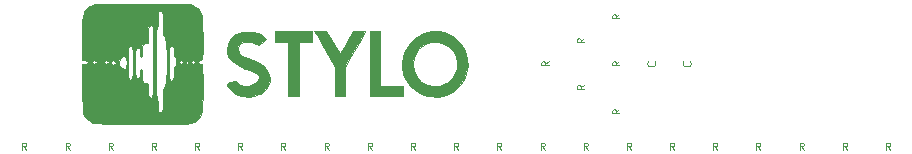
<source format=gbr>
%TF.GenerationSoftware,KiCad,Pcbnew,(5.1.12)-1*%
%TF.CreationDate,2021-12-21T10:33:21-05:00*%
%TF.ProjectId,stylophone,7374796c-6f70-4686-9f6e-652e6b696361,rev?*%
%TF.SameCoordinates,Original*%
%TF.FileFunction,Legend,Top*%
%TF.FilePolarity,Positive*%
%FSLAX46Y46*%
G04 Gerber Fmt 4.6, Leading zero omitted, Abs format (unit mm)*
G04 Created by KiCad (PCBNEW (5.1.12)-1) date 2021-12-21 10:33:21*
%MOMM*%
%LPD*%
G01*
G04 APERTURE LIST*
%ADD10C,0.010000*%
%ADD11C,0.100000*%
G04 APERTURE END LIST*
D10*
%TO.C,LOGO1*%
G36*
X106902172Y-73900194D02*
G01*
X107739543Y-73902559D01*
X108413577Y-73907557D01*
X108944611Y-73916056D01*
X109352984Y-73928919D01*
X109659033Y-73947013D01*
X109883097Y-73971203D01*
X110045514Y-74002354D01*
X110166622Y-74041333D01*
X110261180Y-74085994D01*
X110494916Y-74229936D01*
X110672476Y-74397357D01*
X110801389Y-74616944D01*
X110889183Y-74917380D01*
X110943386Y-75327352D01*
X110971526Y-75875545D01*
X110981132Y-76590645D01*
X110981526Y-76830738D01*
X110980584Y-77488966D01*
X110975752Y-77970677D01*
X110964019Y-78303369D01*
X110942374Y-78514540D01*
X110907806Y-78631688D01*
X110857303Y-78682309D01*
X110787857Y-78693902D01*
X110777510Y-78693976D01*
X110611360Y-78757759D01*
X110573494Y-78846988D01*
X110658538Y-78971600D01*
X110777510Y-79000000D01*
X110847165Y-79008097D01*
X110898852Y-79050015D01*
X110935246Y-79152199D01*
X110959025Y-79341090D01*
X110972862Y-79643133D01*
X110979435Y-80084769D01*
X110981418Y-80692443D01*
X110981526Y-81016250D01*
X110976849Y-81808438D01*
X110958249Y-82424313D01*
X110918868Y-82891454D01*
X110851851Y-83237442D01*
X110750342Y-83489856D01*
X110607484Y-83676278D01*
X110416423Y-83824286D01*
X110261180Y-83914006D01*
X110160655Y-83961125D01*
X110038500Y-83999540D01*
X109874366Y-84030087D01*
X109647902Y-84053603D01*
X109338760Y-84070924D01*
X108926591Y-84082886D01*
X108391044Y-84090325D01*
X107711770Y-84094077D01*
X106868420Y-84094979D01*
X105882716Y-84093936D01*
X104988510Y-84090413D01*
X104152929Y-84083117D01*
X103399188Y-84072548D01*
X102750503Y-84059208D01*
X102230088Y-84043598D01*
X101861160Y-84026219D01*
X101666933Y-84007572D01*
X101647791Y-84002527D01*
X101449843Y-83875897D01*
X101206876Y-83664537D01*
X101137751Y-83594495D01*
X100831727Y-83271407D01*
X100800499Y-81135704D01*
X100769271Y-79000000D01*
X101030017Y-79000000D01*
X101239406Y-78947784D01*
X101290763Y-78846988D01*
X101596787Y-78846988D01*
X101681831Y-78971600D01*
X101800803Y-79000000D01*
X101966953Y-78936218D01*
X102004819Y-78846988D01*
X101999019Y-78838488D01*
X102318897Y-78838488D01*
X102337651Y-78970793D01*
X102372473Y-78972373D01*
X102394836Y-78846988D01*
X102616867Y-78846988D01*
X102701911Y-78971600D01*
X102820883Y-79000000D01*
X102987033Y-78936218D01*
X103003254Y-78897992D01*
X103228916Y-78897992D01*
X103301046Y-79068479D01*
X103432932Y-79102008D01*
X103559192Y-79048589D01*
X103876518Y-79048589D01*
X104021756Y-79277293D01*
X104293074Y-79398028D01*
X104376506Y-79404788D01*
X104480878Y-79373672D01*
X104535211Y-79245071D01*
X104554087Y-78973431D01*
X104554643Y-78897992D01*
X104657028Y-78897992D01*
X104658541Y-79463119D01*
X104666068Y-79855587D01*
X104684086Y-80106751D01*
X104717075Y-80247962D01*
X104769513Y-80310573D01*
X104845880Y-80325936D01*
X104861044Y-80326105D01*
X104941776Y-80315511D01*
X104997843Y-80262826D01*
X105033724Y-80136700D01*
X105053897Y-79905778D01*
X105062841Y-79538709D01*
X105065036Y-79004139D01*
X105065048Y-78948996D01*
X105269076Y-78948996D01*
X105270934Y-79478165D01*
X105280044Y-79836469D01*
X105301708Y-80057050D01*
X105341228Y-80173050D01*
X105403908Y-80217611D01*
X105473092Y-80224097D01*
X105614642Y-80183345D01*
X105671013Y-80025020D01*
X105677108Y-79873089D01*
X105704138Y-79619005D01*
X105770117Y-79465962D01*
X105779116Y-79459036D01*
X105838687Y-79513325D01*
X105873531Y-79749377D01*
X105881124Y-80014060D01*
X105886401Y-80355331D01*
X105915348Y-80540307D01*
X105987639Y-80616669D01*
X106122947Y-80632098D01*
X106136144Y-80632129D01*
X106277480Y-80645088D01*
X106353787Y-80715903D01*
X106385026Y-80892480D01*
X106391159Y-81222724D01*
X106391165Y-81244177D01*
X106398609Y-81586018D01*
X106431309Y-81770731D01*
X106504818Y-81844973D01*
X106595181Y-81856225D01*
X106653151Y-81850272D01*
X106698953Y-81818085D01*
X106734019Y-81738179D01*
X106759781Y-81589064D01*
X106777673Y-81349252D01*
X106789126Y-80997257D01*
X106795573Y-80511589D01*
X106798447Y-79870760D01*
X106799180Y-79053284D01*
X106799186Y-78948996D01*
X107003213Y-78948996D01*
X107006748Y-79881567D01*
X107017184Y-80643058D01*
X107034266Y-81226206D01*
X107057739Y-81623750D01*
X107087349Y-81828425D01*
X107105221Y-81856225D01*
X107159556Y-81949140D01*
X107196394Y-82191867D01*
X107207229Y-82468273D01*
X107214673Y-82810115D01*
X107247373Y-82994828D01*
X107320882Y-83069069D01*
X107411245Y-83080322D01*
X107502259Y-83066892D01*
X107561287Y-83002556D01*
X107595200Y-82851245D01*
X107610867Y-82576889D01*
X107615160Y-82143417D01*
X107615261Y-82009237D01*
X107619952Y-81520121D01*
X107637162Y-81201938D01*
X107671595Y-81021752D01*
X107727956Y-80946630D01*
X107768273Y-80938153D01*
X107825080Y-80842392D01*
X107870560Y-80579469D01*
X107904714Y-80185922D01*
X107927541Y-79698290D01*
X107939043Y-79153113D01*
X107939105Y-78948996D01*
X108125301Y-78948996D01*
X108126722Y-79525690D01*
X108133818Y-79929190D01*
X108150840Y-80190312D01*
X108182039Y-80339872D01*
X108231664Y-80408687D01*
X108303967Y-80427574D01*
X108329317Y-80428113D01*
X108443264Y-80405780D01*
X108504835Y-80307679D01*
X108529583Y-80087152D01*
X108533333Y-79816064D01*
X108548819Y-79490052D01*
X108589273Y-79269028D01*
X108635341Y-79204016D01*
X108699219Y-79113520D01*
X108734748Y-78887448D01*
X108735898Y-78846988D01*
X108941365Y-78846988D01*
X109026409Y-78971600D01*
X109145381Y-79000000D01*
X109311531Y-78936218D01*
X109349397Y-78846988D01*
X109553414Y-78846988D01*
X109608495Y-78982737D01*
X109655422Y-79000000D01*
X109745921Y-78917378D01*
X109757430Y-78846988D01*
X109961446Y-78846988D01*
X110046489Y-78971600D01*
X110165462Y-79000000D01*
X110331611Y-78936218D01*
X110369478Y-78846988D01*
X110284434Y-78722376D01*
X110165462Y-78693976D01*
X109999312Y-78757759D01*
X109961446Y-78846988D01*
X109757430Y-78846988D01*
X109702348Y-78711239D01*
X109655422Y-78693976D01*
X109564922Y-78776598D01*
X109553414Y-78846988D01*
X109349397Y-78846988D01*
X109264354Y-78722376D01*
X109145381Y-78693976D01*
X108979232Y-78757759D01*
X108941365Y-78846988D01*
X108735898Y-78846988D01*
X108737349Y-78795984D01*
X108714725Y-78540473D01*
X108658207Y-78398357D01*
X108635341Y-78387952D01*
X108574506Y-78296778D01*
X108538014Y-78066099D01*
X108533333Y-77928916D01*
X108519985Y-77642055D01*
X108464556Y-77506406D01*
X108343973Y-77470055D01*
X108329317Y-77469880D01*
X108249773Y-77480181D01*
X108194118Y-77531628D01*
X108158101Y-77655038D01*
X108137472Y-77881227D01*
X108127980Y-78241012D01*
X108125375Y-78765210D01*
X108125301Y-78948996D01*
X107939105Y-78948996D01*
X107939217Y-78586929D01*
X107928066Y-78036277D01*
X107905588Y-77537696D01*
X107871784Y-77127725D01*
X107826653Y-76842904D01*
X107770197Y-76719770D01*
X107768273Y-76718935D01*
X107697268Y-76652113D01*
X107651241Y-76494295D01*
X107625614Y-76211572D01*
X107615806Y-75770036D01*
X107615261Y-75585933D01*
X107612717Y-75107268D01*
X107600525Y-74796582D01*
X107571845Y-74617857D01*
X107519837Y-74535075D01*
X107437660Y-74512219D01*
X107411245Y-74511647D01*
X107306934Y-74529717D01*
X107245731Y-74612111D01*
X107216360Y-74801110D01*
X107207549Y-75138991D01*
X107207229Y-75276707D01*
X107194571Y-75662201D01*
X107160309Y-75930893D01*
X107110004Y-76041051D01*
X107105221Y-76041767D01*
X107072499Y-76142524D01*
X107045780Y-76439954D01*
X107025319Y-76926792D01*
X107011370Y-77595777D01*
X107004188Y-78439646D01*
X107003213Y-78948996D01*
X106799186Y-78948996D01*
X106799197Y-78795984D01*
X106798800Y-77926428D01*
X106796654Y-77239400D01*
X106791327Y-76713412D01*
X106781386Y-76326975D01*
X106765399Y-76058603D01*
X106741932Y-75886807D01*
X106709554Y-75790098D01*
X106666832Y-75746990D01*
X106612334Y-75735994D01*
X106595181Y-75735743D01*
X106490870Y-75753813D01*
X106429666Y-75836208D01*
X106400296Y-76025207D01*
X106391485Y-76363087D01*
X106391165Y-76500803D01*
X106387986Y-76889945D01*
X106368902Y-77118051D01*
X106319587Y-77228095D01*
X106225716Y-77263051D01*
X106136144Y-77265864D01*
X105990089Y-77280427D01*
X105914039Y-77357402D01*
X105885302Y-77546712D01*
X105881124Y-77826908D01*
X105864355Y-78134155D01*
X105821097Y-78337940D01*
X105779116Y-78387952D01*
X105711692Y-78298279D01*
X105677989Y-78077779D01*
X105677108Y-78030924D01*
X105654287Y-77784853D01*
X105565194Y-77685566D01*
X105473092Y-77673896D01*
X105388425Y-77685509D01*
X105331097Y-77742444D01*
X105295804Y-77877842D01*
X105277244Y-78124846D01*
X105270114Y-78516597D01*
X105269076Y-78948996D01*
X105065048Y-78948996D01*
X105065060Y-78897992D01*
X105063547Y-78332866D01*
X105056020Y-77940397D01*
X105038002Y-77689234D01*
X105005014Y-77548023D01*
X104952575Y-77485412D01*
X104876208Y-77470048D01*
X104861044Y-77469880D01*
X104780312Y-77480474D01*
X104724245Y-77533158D01*
X104688364Y-77659285D01*
X104668191Y-77890206D01*
X104659247Y-78257275D01*
X104657052Y-78791845D01*
X104657028Y-78897992D01*
X104554643Y-78897992D01*
X104555020Y-78846988D01*
X104526891Y-78476092D01*
X104437424Y-78296678D01*
X104278996Y-78303411D01*
X104044980Y-78489960D01*
X103877535Y-78767588D01*
X103876518Y-79048589D01*
X103559192Y-79048589D01*
X103603418Y-79029878D01*
X103636948Y-78897992D01*
X103564817Y-78727505D01*
X103432932Y-78693976D01*
X103262445Y-78766107D01*
X103228916Y-78897992D01*
X103003254Y-78897992D01*
X103024899Y-78846988D01*
X102939856Y-78722376D01*
X102820883Y-78693976D01*
X102654734Y-78757759D01*
X102616867Y-78846988D01*
X102394836Y-78846988D01*
X102396824Y-78835846D01*
X102380526Y-78776858D01*
X102335232Y-78738219D01*
X102318897Y-78838488D01*
X101999019Y-78838488D01*
X101919776Y-78722376D01*
X101800803Y-78693976D01*
X101634653Y-78757759D01*
X101596787Y-78846988D01*
X101290763Y-78846988D01*
X101202087Y-78723924D01*
X101035743Y-78693976D01*
X100780723Y-78693976D01*
X100780723Y-76830738D01*
X100786400Y-76062440D01*
X100808451Y-75469280D01*
X100854404Y-75022574D01*
X100931787Y-74693636D01*
X101048128Y-74453781D01*
X101210957Y-74274324D01*
X101427800Y-74126579D01*
X101501069Y-74085994D01*
X101601866Y-74038849D01*
X101724809Y-74000347D01*
X101890238Y-73969622D01*
X102118491Y-73945808D01*
X102429905Y-73928040D01*
X102844820Y-73915453D01*
X103383572Y-73907181D01*
X104066500Y-73902359D01*
X104913943Y-73900120D01*
X105881124Y-73899599D01*
X106902172Y-73900194D01*
G37*
X106902172Y-73900194D02*
X107739543Y-73902559D01*
X108413577Y-73907557D01*
X108944611Y-73916056D01*
X109352984Y-73928919D01*
X109659033Y-73947013D01*
X109883097Y-73971203D01*
X110045514Y-74002354D01*
X110166622Y-74041333D01*
X110261180Y-74085994D01*
X110494916Y-74229936D01*
X110672476Y-74397357D01*
X110801389Y-74616944D01*
X110889183Y-74917380D01*
X110943386Y-75327352D01*
X110971526Y-75875545D01*
X110981132Y-76590645D01*
X110981526Y-76830738D01*
X110980584Y-77488966D01*
X110975752Y-77970677D01*
X110964019Y-78303369D01*
X110942374Y-78514540D01*
X110907806Y-78631688D01*
X110857303Y-78682309D01*
X110787857Y-78693902D01*
X110777510Y-78693976D01*
X110611360Y-78757759D01*
X110573494Y-78846988D01*
X110658538Y-78971600D01*
X110777510Y-79000000D01*
X110847165Y-79008097D01*
X110898852Y-79050015D01*
X110935246Y-79152199D01*
X110959025Y-79341090D01*
X110972862Y-79643133D01*
X110979435Y-80084769D01*
X110981418Y-80692443D01*
X110981526Y-81016250D01*
X110976849Y-81808438D01*
X110958249Y-82424313D01*
X110918868Y-82891454D01*
X110851851Y-83237442D01*
X110750342Y-83489856D01*
X110607484Y-83676278D01*
X110416423Y-83824286D01*
X110261180Y-83914006D01*
X110160655Y-83961125D01*
X110038500Y-83999540D01*
X109874366Y-84030087D01*
X109647902Y-84053603D01*
X109338760Y-84070924D01*
X108926591Y-84082886D01*
X108391044Y-84090325D01*
X107711770Y-84094077D01*
X106868420Y-84094979D01*
X105882716Y-84093936D01*
X104988510Y-84090413D01*
X104152929Y-84083117D01*
X103399188Y-84072548D01*
X102750503Y-84059208D01*
X102230088Y-84043598D01*
X101861160Y-84026219D01*
X101666933Y-84007572D01*
X101647791Y-84002527D01*
X101449843Y-83875897D01*
X101206876Y-83664537D01*
X101137751Y-83594495D01*
X100831727Y-83271407D01*
X100800499Y-81135704D01*
X100769271Y-79000000D01*
X101030017Y-79000000D01*
X101239406Y-78947784D01*
X101290763Y-78846988D01*
X101596787Y-78846988D01*
X101681831Y-78971600D01*
X101800803Y-79000000D01*
X101966953Y-78936218D01*
X102004819Y-78846988D01*
X101999019Y-78838488D01*
X102318897Y-78838488D01*
X102337651Y-78970793D01*
X102372473Y-78972373D01*
X102394836Y-78846988D01*
X102616867Y-78846988D01*
X102701911Y-78971600D01*
X102820883Y-79000000D01*
X102987033Y-78936218D01*
X103003254Y-78897992D01*
X103228916Y-78897992D01*
X103301046Y-79068479D01*
X103432932Y-79102008D01*
X103559192Y-79048589D01*
X103876518Y-79048589D01*
X104021756Y-79277293D01*
X104293074Y-79398028D01*
X104376506Y-79404788D01*
X104480878Y-79373672D01*
X104535211Y-79245071D01*
X104554087Y-78973431D01*
X104554643Y-78897992D01*
X104657028Y-78897992D01*
X104658541Y-79463119D01*
X104666068Y-79855587D01*
X104684086Y-80106751D01*
X104717075Y-80247962D01*
X104769513Y-80310573D01*
X104845880Y-80325936D01*
X104861044Y-80326105D01*
X104941776Y-80315511D01*
X104997843Y-80262826D01*
X105033724Y-80136700D01*
X105053897Y-79905778D01*
X105062841Y-79538709D01*
X105065036Y-79004139D01*
X105065048Y-78948996D01*
X105269076Y-78948996D01*
X105270934Y-79478165D01*
X105280044Y-79836469D01*
X105301708Y-80057050D01*
X105341228Y-80173050D01*
X105403908Y-80217611D01*
X105473092Y-80224097D01*
X105614642Y-80183345D01*
X105671013Y-80025020D01*
X105677108Y-79873089D01*
X105704138Y-79619005D01*
X105770117Y-79465962D01*
X105779116Y-79459036D01*
X105838687Y-79513325D01*
X105873531Y-79749377D01*
X105881124Y-80014060D01*
X105886401Y-80355331D01*
X105915348Y-80540307D01*
X105987639Y-80616669D01*
X106122947Y-80632098D01*
X106136144Y-80632129D01*
X106277480Y-80645088D01*
X106353787Y-80715903D01*
X106385026Y-80892480D01*
X106391159Y-81222724D01*
X106391165Y-81244177D01*
X106398609Y-81586018D01*
X106431309Y-81770731D01*
X106504818Y-81844973D01*
X106595181Y-81856225D01*
X106653151Y-81850272D01*
X106698953Y-81818085D01*
X106734019Y-81738179D01*
X106759781Y-81589064D01*
X106777673Y-81349252D01*
X106789126Y-80997257D01*
X106795573Y-80511589D01*
X106798447Y-79870760D01*
X106799180Y-79053284D01*
X106799186Y-78948996D01*
X107003213Y-78948996D01*
X107006748Y-79881567D01*
X107017184Y-80643058D01*
X107034266Y-81226206D01*
X107057739Y-81623750D01*
X107087349Y-81828425D01*
X107105221Y-81856225D01*
X107159556Y-81949140D01*
X107196394Y-82191867D01*
X107207229Y-82468273D01*
X107214673Y-82810115D01*
X107247373Y-82994828D01*
X107320882Y-83069069D01*
X107411245Y-83080322D01*
X107502259Y-83066892D01*
X107561287Y-83002556D01*
X107595200Y-82851245D01*
X107610867Y-82576889D01*
X107615160Y-82143417D01*
X107615261Y-82009237D01*
X107619952Y-81520121D01*
X107637162Y-81201938D01*
X107671595Y-81021752D01*
X107727956Y-80946630D01*
X107768273Y-80938153D01*
X107825080Y-80842392D01*
X107870560Y-80579469D01*
X107904714Y-80185922D01*
X107927541Y-79698290D01*
X107939043Y-79153113D01*
X107939105Y-78948996D01*
X108125301Y-78948996D01*
X108126722Y-79525690D01*
X108133818Y-79929190D01*
X108150840Y-80190312D01*
X108182039Y-80339872D01*
X108231664Y-80408687D01*
X108303967Y-80427574D01*
X108329317Y-80428113D01*
X108443264Y-80405780D01*
X108504835Y-80307679D01*
X108529583Y-80087152D01*
X108533333Y-79816064D01*
X108548819Y-79490052D01*
X108589273Y-79269028D01*
X108635341Y-79204016D01*
X108699219Y-79113520D01*
X108734748Y-78887448D01*
X108735898Y-78846988D01*
X108941365Y-78846988D01*
X109026409Y-78971600D01*
X109145381Y-79000000D01*
X109311531Y-78936218D01*
X109349397Y-78846988D01*
X109553414Y-78846988D01*
X109608495Y-78982737D01*
X109655422Y-79000000D01*
X109745921Y-78917378D01*
X109757430Y-78846988D01*
X109961446Y-78846988D01*
X110046489Y-78971600D01*
X110165462Y-79000000D01*
X110331611Y-78936218D01*
X110369478Y-78846988D01*
X110284434Y-78722376D01*
X110165462Y-78693976D01*
X109999312Y-78757759D01*
X109961446Y-78846988D01*
X109757430Y-78846988D01*
X109702348Y-78711239D01*
X109655422Y-78693976D01*
X109564922Y-78776598D01*
X109553414Y-78846988D01*
X109349397Y-78846988D01*
X109264354Y-78722376D01*
X109145381Y-78693976D01*
X108979232Y-78757759D01*
X108941365Y-78846988D01*
X108735898Y-78846988D01*
X108737349Y-78795984D01*
X108714725Y-78540473D01*
X108658207Y-78398357D01*
X108635341Y-78387952D01*
X108574506Y-78296778D01*
X108538014Y-78066099D01*
X108533333Y-77928916D01*
X108519985Y-77642055D01*
X108464556Y-77506406D01*
X108343973Y-77470055D01*
X108329317Y-77469880D01*
X108249773Y-77480181D01*
X108194118Y-77531628D01*
X108158101Y-77655038D01*
X108137472Y-77881227D01*
X108127980Y-78241012D01*
X108125375Y-78765210D01*
X108125301Y-78948996D01*
X107939105Y-78948996D01*
X107939217Y-78586929D01*
X107928066Y-78036277D01*
X107905588Y-77537696D01*
X107871784Y-77127725D01*
X107826653Y-76842904D01*
X107770197Y-76719770D01*
X107768273Y-76718935D01*
X107697268Y-76652113D01*
X107651241Y-76494295D01*
X107625614Y-76211572D01*
X107615806Y-75770036D01*
X107615261Y-75585933D01*
X107612717Y-75107268D01*
X107600525Y-74796582D01*
X107571845Y-74617857D01*
X107519837Y-74535075D01*
X107437660Y-74512219D01*
X107411245Y-74511647D01*
X107306934Y-74529717D01*
X107245731Y-74612111D01*
X107216360Y-74801110D01*
X107207549Y-75138991D01*
X107207229Y-75276707D01*
X107194571Y-75662201D01*
X107160309Y-75930893D01*
X107110004Y-76041051D01*
X107105221Y-76041767D01*
X107072499Y-76142524D01*
X107045780Y-76439954D01*
X107025319Y-76926792D01*
X107011370Y-77595777D01*
X107004188Y-78439646D01*
X107003213Y-78948996D01*
X106799186Y-78948996D01*
X106799197Y-78795984D01*
X106798800Y-77926428D01*
X106796654Y-77239400D01*
X106791327Y-76713412D01*
X106781386Y-76326975D01*
X106765399Y-76058603D01*
X106741932Y-75886807D01*
X106709554Y-75790098D01*
X106666832Y-75746990D01*
X106612334Y-75735994D01*
X106595181Y-75735743D01*
X106490870Y-75753813D01*
X106429666Y-75836208D01*
X106400296Y-76025207D01*
X106391485Y-76363087D01*
X106391165Y-76500803D01*
X106387986Y-76889945D01*
X106368902Y-77118051D01*
X106319587Y-77228095D01*
X106225716Y-77263051D01*
X106136144Y-77265864D01*
X105990089Y-77280427D01*
X105914039Y-77357402D01*
X105885302Y-77546712D01*
X105881124Y-77826908D01*
X105864355Y-78134155D01*
X105821097Y-78337940D01*
X105779116Y-78387952D01*
X105711692Y-78298279D01*
X105677989Y-78077779D01*
X105677108Y-78030924D01*
X105654287Y-77784853D01*
X105565194Y-77685566D01*
X105473092Y-77673896D01*
X105388425Y-77685509D01*
X105331097Y-77742444D01*
X105295804Y-77877842D01*
X105277244Y-78124846D01*
X105270114Y-78516597D01*
X105269076Y-78948996D01*
X105065048Y-78948996D01*
X105065060Y-78897992D01*
X105063547Y-78332866D01*
X105056020Y-77940397D01*
X105038002Y-77689234D01*
X105005014Y-77548023D01*
X104952575Y-77485412D01*
X104876208Y-77470048D01*
X104861044Y-77469880D01*
X104780312Y-77480474D01*
X104724245Y-77533158D01*
X104688364Y-77659285D01*
X104668191Y-77890206D01*
X104659247Y-78257275D01*
X104657052Y-78791845D01*
X104657028Y-78897992D01*
X104554643Y-78897992D01*
X104555020Y-78846988D01*
X104526891Y-78476092D01*
X104437424Y-78296678D01*
X104278996Y-78303411D01*
X104044980Y-78489960D01*
X103877535Y-78767588D01*
X103876518Y-79048589D01*
X103559192Y-79048589D01*
X103603418Y-79029878D01*
X103636948Y-78897992D01*
X103564817Y-78727505D01*
X103432932Y-78693976D01*
X103262445Y-78766107D01*
X103228916Y-78897992D01*
X103003254Y-78897992D01*
X103024899Y-78846988D01*
X102939856Y-78722376D01*
X102820883Y-78693976D01*
X102654734Y-78757759D01*
X102616867Y-78846988D01*
X102394836Y-78846988D01*
X102396824Y-78835846D01*
X102380526Y-78776858D01*
X102335232Y-78738219D01*
X102318897Y-78838488D01*
X101999019Y-78838488D01*
X101919776Y-78722376D01*
X101800803Y-78693976D01*
X101634653Y-78757759D01*
X101596787Y-78846988D01*
X101290763Y-78846988D01*
X101202087Y-78723924D01*
X101035743Y-78693976D01*
X100780723Y-78693976D01*
X100780723Y-76830738D01*
X100786400Y-76062440D01*
X100808451Y-75469280D01*
X100854404Y-75022574D01*
X100931787Y-74693636D01*
X101048128Y-74453781D01*
X101210957Y-74274324D01*
X101427800Y-74126579D01*
X101501069Y-74085994D01*
X101601866Y-74038849D01*
X101724809Y-74000347D01*
X101890238Y-73969622D01*
X102118491Y-73945808D01*
X102429905Y-73928040D01*
X102844820Y-73915453D01*
X103383572Y-73907181D01*
X104066500Y-73902359D01*
X104913943Y-73900120D01*
X105881124Y-73899599D01*
X106902172Y-73900194D01*
G36*
X115719675Y-76393336D02*
G01*
X116074527Y-76612238D01*
X116379156Y-76868566D01*
X116055896Y-77157399D01*
X115842781Y-77333553D01*
X115700724Y-77384717D01*
X115554781Y-77328400D01*
X115492649Y-77288987D01*
X115187595Y-77174568D01*
X114805191Y-77141148D01*
X114431902Y-77186522D01*
X114154194Y-77308484D01*
X114136366Y-77323573D01*
X113986465Y-77559230D01*
X113939759Y-77783394D01*
X114040596Y-78060353D01*
X114341195Y-78311417D01*
X114838684Y-78534422D01*
X115010843Y-78590916D01*
X115688519Y-78865898D01*
X116181240Y-79217904D01*
X116494578Y-79651001D01*
X116510538Y-79685815D01*
X116655036Y-80156880D01*
X116652392Y-80457515D01*
X116500967Y-80839878D01*
X116231483Y-81222458D01*
X115908922Y-81519529D01*
X115796132Y-81587125D01*
X115369768Y-81730691D01*
X114877593Y-81793936D01*
X114433480Y-81763175D01*
X114398795Y-81755085D01*
X113921409Y-81605467D01*
X113578304Y-81416942D01*
X113299746Y-81150914D01*
X113293164Y-81143124D01*
X113123124Y-80923577D01*
X113028585Y-80767595D01*
X113021687Y-80741784D01*
X113107371Y-80659178D01*
X113321822Y-80547393D01*
X113414130Y-80508920D01*
X113669268Y-80418794D01*
X113807418Y-80415342D01*
X113897910Y-80502124D01*
X113919036Y-80534845D01*
X114167952Y-80758527D01*
X114519308Y-80864236D01*
X114912585Y-80856749D01*
X115287263Y-80740840D01*
X115582826Y-80521284D01*
X115670273Y-80396654D01*
X115763324Y-80195060D01*
X115739899Y-80058178D01*
X115579648Y-79894983D01*
X115552878Y-79871589D01*
X115314610Y-79717222D01*
X114958948Y-79546362D01*
X114583801Y-79403393D01*
X113963979Y-79135135D01*
X113484649Y-78794747D01*
X113165504Y-78401418D01*
X113026237Y-77974336D01*
X113021687Y-77881248D01*
X113112062Y-77314700D01*
X113370461Y-76849607D01*
X113777791Y-76506120D01*
X114314960Y-76304388D01*
X114549174Y-76269088D01*
X115201000Y-76264265D01*
X115719675Y-76393336D01*
G37*
X115719675Y-76393336D02*
X116074527Y-76612238D01*
X116379156Y-76868566D01*
X116055896Y-77157399D01*
X115842781Y-77333553D01*
X115700724Y-77384717D01*
X115554781Y-77328400D01*
X115492649Y-77288987D01*
X115187595Y-77174568D01*
X114805191Y-77141148D01*
X114431902Y-77186522D01*
X114154194Y-77308484D01*
X114136366Y-77323573D01*
X113986465Y-77559230D01*
X113939759Y-77783394D01*
X114040596Y-78060353D01*
X114341195Y-78311417D01*
X114838684Y-78534422D01*
X115010843Y-78590916D01*
X115688519Y-78865898D01*
X116181240Y-79217904D01*
X116494578Y-79651001D01*
X116510538Y-79685815D01*
X116655036Y-80156880D01*
X116652392Y-80457515D01*
X116500967Y-80839878D01*
X116231483Y-81222458D01*
X115908922Y-81519529D01*
X115796132Y-81587125D01*
X115369768Y-81730691D01*
X114877593Y-81793936D01*
X114433480Y-81763175D01*
X114398795Y-81755085D01*
X113921409Y-81605467D01*
X113578304Y-81416942D01*
X113299746Y-81150914D01*
X113293164Y-81143124D01*
X113123124Y-80923577D01*
X113028585Y-80767595D01*
X113021687Y-80741784D01*
X113107371Y-80659178D01*
X113321822Y-80547393D01*
X113414130Y-80508920D01*
X113669268Y-80418794D01*
X113807418Y-80415342D01*
X113897910Y-80502124D01*
X113919036Y-80534845D01*
X114167952Y-80758527D01*
X114519308Y-80864236D01*
X114912585Y-80856749D01*
X115287263Y-80740840D01*
X115582826Y-80521284D01*
X115670273Y-80396654D01*
X115763324Y-80195060D01*
X115739899Y-80058178D01*
X115579648Y-79894983D01*
X115552878Y-79871589D01*
X115314610Y-79717222D01*
X114958948Y-79546362D01*
X114583801Y-79403393D01*
X113963979Y-79135135D01*
X113484649Y-78794747D01*
X113165504Y-78401418D01*
X113026237Y-77974336D01*
X113021687Y-77881248D01*
X113112062Y-77314700D01*
X113370461Y-76849607D01*
X113777791Y-76506120D01*
X114314960Y-76304388D01*
X114549174Y-76269088D01*
X115201000Y-76264265D01*
X115719675Y-76393336D01*
G36*
X131054530Y-76260952D02*
G01*
X131700284Y-76428244D01*
X132292118Y-76749028D01*
X132799216Y-77218919D01*
X133190763Y-77833532D01*
X133211265Y-77877912D01*
X133386692Y-78482957D01*
X133420674Y-79155244D01*
X133314213Y-79815963D01*
X133181984Y-80176979D01*
X132786431Y-80798005D01*
X132257260Y-81281283D01*
X131624070Y-81611474D01*
X130916457Y-81773237D01*
X130164019Y-81751233D01*
X130149137Y-81748880D01*
X129649829Y-81626246D01*
X129225692Y-81412052D01*
X128805731Y-81066840D01*
X128659246Y-80920832D01*
X128233232Y-80384943D01*
X127986911Y-79820016D01*
X127897484Y-79172125D01*
X127896442Y-79116619D01*
X127904263Y-79000000D01*
X128798929Y-79000000D01*
X128888806Y-79596837D01*
X129137014Y-80102680D01*
X129511414Y-80499446D01*
X129979871Y-80769050D01*
X130510248Y-80893411D01*
X131070407Y-80854444D01*
X131628212Y-80634068D01*
X131664557Y-80612465D01*
X131917951Y-80399441D01*
X132172098Y-80096002D01*
X132262873Y-79956655D01*
X132486015Y-79406125D01*
X132529340Y-78865737D01*
X132416593Y-78359237D01*
X132171519Y-77910369D01*
X131817864Y-77542879D01*
X131379373Y-77280512D01*
X130879790Y-77147012D01*
X130342861Y-77166126D01*
X129792331Y-77361598D01*
X129712422Y-77406203D01*
X129232856Y-77778833D01*
X128934725Y-78237453D01*
X128806190Y-78802714D01*
X128798929Y-79000000D01*
X127904263Y-79000000D01*
X127942042Y-78436709D01*
X128109816Y-77873965D01*
X128420229Y-77368699D01*
X128548616Y-77214408D01*
X129101899Y-76723881D01*
X129724522Y-76404385D01*
X130385671Y-76251538D01*
X131054530Y-76260952D01*
G37*
X131054530Y-76260952D02*
X131700284Y-76428244D01*
X132292118Y-76749028D01*
X132799216Y-77218919D01*
X133190763Y-77833532D01*
X133211265Y-77877912D01*
X133386692Y-78482957D01*
X133420674Y-79155244D01*
X133314213Y-79815963D01*
X133181984Y-80176979D01*
X132786431Y-80798005D01*
X132257260Y-81281283D01*
X131624070Y-81611474D01*
X130916457Y-81773237D01*
X130164019Y-81751233D01*
X130149137Y-81748880D01*
X129649829Y-81626246D01*
X129225692Y-81412052D01*
X128805731Y-81066840D01*
X128659246Y-80920832D01*
X128233232Y-80384943D01*
X127986911Y-79820016D01*
X127897484Y-79172125D01*
X127896442Y-79116619D01*
X127904263Y-79000000D01*
X128798929Y-79000000D01*
X128888806Y-79596837D01*
X129137014Y-80102680D01*
X129511414Y-80499446D01*
X129979871Y-80769050D01*
X130510248Y-80893411D01*
X131070407Y-80854444D01*
X131628212Y-80634068D01*
X131664557Y-80612465D01*
X131917951Y-80399441D01*
X132172098Y-80096002D01*
X132262873Y-79956655D01*
X132486015Y-79406125D01*
X132529340Y-78865737D01*
X132416593Y-78359237D01*
X132171519Y-77910369D01*
X131817864Y-77542879D01*
X131379373Y-77280512D01*
X130879790Y-77147012D01*
X130342861Y-77166126D01*
X129792331Y-77361598D01*
X129712422Y-77406203D01*
X129232856Y-77778833D01*
X128934725Y-78237453D01*
X128806190Y-78802714D01*
X128798929Y-79000000D01*
X127904263Y-79000000D01*
X127942042Y-78436709D01*
X128109816Y-77873965D01*
X128420229Y-77368699D01*
X128548616Y-77214408D01*
X129101899Y-76723881D01*
X129724522Y-76404385D01*
X130385671Y-76251538D01*
X131054530Y-76260952D01*
G36*
X120264257Y-77163856D02*
G01*
X119142169Y-77163856D01*
X119142169Y-81754217D01*
X118224096Y-81754217D01*
X118224096Y-77163856D01*
X117102008Y-77163856D01*
X117102008Y-76245783D01*
X120264257Y-76245783D01*
X120264257Y-77163856D01*
G37*
X120264257Y-77163856D02*
X119142169Y-77163856D01*
X119142169Y-81754217D01*
X118224096Y-81754217D01*
X118224096Y-77163856D01*
X117102008Y-77163856D01*
X117102008Y-76245783D01*
X120264257Y-76245783D01*
X120264257Y-77163856D01*
G36*
X122009593Y-77163856D02*
G01*
X122239002Y-77542498D01*
X122432391Y-77845210D01*
X122565706Y-78035312D01*
X122611697Y-78081928D01*
X122684031Y-77999419D01*
X122833404Y-77776481D01*
X123035950Y-77449999D01*
X123205782Y-77163856D01*
X123741274Y-76245783D01*
X124772762Y-76245783D01*
X124546545Y-76628313D01*
X124407252Y-76866387D01*
X124195319Y-77231656D01*
X123939571Y-77674322D01*
X123669401Y-78143602D01*
X123018474Y-79276361D01*
X123018474Y-81754217D01*
X122202410Y-81754217D01*
X122202410Y-79276361D01*
X121527223Y-78092598D01*
X121256604Y-77619596D01*
X121004438Y-77181469D01*
X120797191Y-76824031D01*
X120661331Y-76593097D01*
X120651835Y-76577309D01*
X120451634Y-76245783D01*
X121466082Y-76245783D01*
X122009593Y-77163856D01*
G37*
X122009593Y-77163856D02*
X122239002Y-77542498D01*
X122432391Y-77845210D01*
X122565706Y-78035312D01*
X122611697Y-78081928D01*
X122684031Y-77999419D01*
X122833404Y-77776481D01*
X123035950Y-77449999D01*
X123205782Y-77163856D01*
X123741274Y-76245783D01*
X124772762Y-76245783D01*
X124546545Y-76628313D01*
X124407252Y-76866387D01*
X124195319Y-77231656D01*
X123939571Y-77674322D01*
X123669401Y-78143602D01*
X123018474Y-79276361D01*
X123018474Y-81754217D01*
X122202410Y-81754217D01*
X122202410Y-79276361D01*
X121527223Y-78092598D01*
X121256604Y-77619596D01*
X121004438Y-77181469D01*
X120797191Y-76824031D01*
X120661331Y-76593097D01*
X120651835Y-76577309D01*
X120451634Y-76245783D01*
X121466082Y-76245783D01*
X122009593Y-77163856D01*
G36*
X125976707Y-80836145D02*
G01*
X127914859Y-80836145D01*
X127914859Y-81754217D01*
X125160642Y-81754217D01*
X125160642Y-76245783D01*
X125976707Y-76245783D01*
X125976707Y-80836145D01*
G37*
X125976707Y-80836145D02*
X127914859Y-80836145D01*
X127914859Y-81754217D01*
X125160642Y-81754217D01*
X125160642Y-76245783D01*
X125976707Y-76245783D01*
X125976707Y-80836145D01*
%TO.C,R3*%
D11*
X140271428Y-78789285D02*
X139985714Y-78989285D01*
X140271428Y-79132142D02*
X139671428Y-79132142D01*
X139671428Y-78903571D01*
X139700000Y-78846428D01*
X139728571Y-78817857D01*
X139785714Y-78789285D01*
X139871428Y-78789285D01*
X139928571Y-78817857D01*
X139957142Y-78846428D01*
X139985714Y-78903571D01*
X139985714Y-79132142D01*
%TO.C,R27*%
X96060714Y-86271428D02*
X95860714Y-85985714D01*
X95717857Y-86271428D02*
X95717857Y-85671428D01*
X95946428Y-85671428D01*
X96003571Y-85700000D01*
X96032142Y-85728571D01*
X96060714Y-85785714D01*
X96060714Y-85871428D01*
X96032142Y-85928571D01*
X96003571Y-85957142D01*
X95946428Y-85985714D01*
X95717857Y-85985714D01*
%TO.C,R26*%
X99716963Y-86271428D02*
X99516963Y-85985714D01*
X99374106Y-86271428D02*
X99374106Y-85671428D01*
X99602677Y-85671428D01*
X99659820Y-85700000D01*
X99688391Y-85728571D01*
X99716963Y-85785714D01*
X99716963Y-85871428D01*
X99688391Y-85928571D01*
X99659820Y-85957142D01*
X99602677Y-85985714D01*
X99374106Y-85985714D01*
%TO.C,R25*%
X103373212Y-86271428D02*
X103173212Y-85985714D01*
X103030355Y-86271428D02*
X103030355Y-85671428D01*
X103258926Y-85671428D01*
X103316069Y-85700000D01*
X103344640Y-85728571D01*
X103373212Y-85785714D01*
X103373212Y-85871428D01*
X103344640Y-85928571D01*
X103316069Y-85957142D01*
X103258926Y-85985714D01*
X103030355Y-85985714D01*
%TO.C,R24*%
X107029461Y-86271428D02*
X106829461Y-85985714D01*
X106686604Y-86271428D02*
X106686604Y-85671428D01*
X106915175Y-85671428D01*
X106972318Y-85700000D01*
X107000889Y-85728571D01*
X107029461Y-85785714D01*
X107029461Y-85871428D01*
X107000889Y-85928571D01*
X106972318Y-85957142D01*
X106915175Y-85985714D01*
X106686604Y-85985714D01*
%TO.C,R23*%
X110685710Y-86271428D02*
X110485710Y-85985714D01*
X110342853Y-86271428D02*
X110342853Y-85671428D01*
X110571424Y-85671428D01*
X110628567Y-85700000D01*
X110657138Y-85728571D01*
X110685710Y-85785714D01*
X110685710Y-85871428D01*
X110657138Y-85928571D01*
X110628567Y-85957142D01*
X110571424Y-85985714D01*
X110342853Y-85985714D01*
%TO.C,R22*%
X114341959Y-86271428D02*
X114141959Y-85985714D01*
X113999102Y-86271428D02*
X113999102Y-85671428D01*
X114227673Y-85671428D01*
X114284816Y-85700000D01*
X114313387Y-85728571D01*
X114341959Y-85785714D01*
X114341959Y-85871428D01*
X114313387Y-85928571D01*
X114284816Y-85957142D01*
X114227673Y-85985714D01*
X113999102Y-85985714D01*
%TO.C,R21*%
X117998208Y-86271428D02*
X117798208Y-85985714D01*
X117655351Y-86271428D02*
X117655351Y-85671428D01*
X117883922Y-85671428D01*
X117941065Y-85700000D01*
X117969636Y-85728571D01*
X117998208Y-85785714D01*
X117998208Y-85871428D01*
X117969636Y-85928571D01*
X117941065Y-85957142D01*
X117883922Y-85985714D01*
X117655351Y-85985714D01*
%TO.C,R20*%
X121654457Y-86271428D02*
X121454457Y-85985714D01*
X121311600Y-86271428D02*
X121311600Y-85671428D01*
X121540171Y-85671428D01*
X121597314Y-85700000D01*
X121625885Y-85728571D01*
X121654457Y-85785714D01*
X121654457Y-85871428D01*
X121625885Y-85928571D01*
X121597314Y-85957142D01*
X121540171Y-85985714D01*
X121311600Y-85985714D01*
%TO.C,R19*%
X125310706Y-86271428D02*
X125110706Y-85985714D01*
X124967849Y-86271428D02*
X124967849Y-85671428D01*
X125196420Y-85671428D01*
X125253563Y-85700000D01*
X125282134Y-85728571D01*
X125310706Y-85785714D01*
X125310706Y-85871428D01*
X125282134Y-85928571D01*
X125253563Y-85957142D01*
X125196420Y-85985714D01*
X124967849Y-85985714D01*
%TO.C,R18*%
X128966955Y-86271428D02*
X128766955Y-85985714D01*
X128624098Y-86271428D02*
X128624098Y-85671428D01*
X128852669Y-85671428D01*
X128909812Y-85700000D01*
X128938383Y-85728571D01*
X128966955Y-85785714D01*
X128966955Y-85871428D01*
X128938383Y-85928571D01*
X128909812Y-85957142D01*
X128852669Y-85985714D01*
X128624098Y-85985714D01*
%TO.C,R17*%
X132623204Y-86271428D02*
X132423204Y-85985714D01*
X132280347Y-86271428D02*
X132280347Y-85671428D01*
X132508918Y-85671428D01*
X132566061Y-85700000D01*
X132594632Y-85728571D01*
X132623204Y-85785714D01*
X132623204Y-85871428D01*
X132594632Y-85928571D01*
X132566061Y-85957142D01*
X132508918Y-85985714D01*
X132280347Y-85985714D01*
%TO.C,R16*%
X136279453Y-86271428D02*
X136079453Y-85985714D01*
X135936596Y-86271428D02*
X135936596Y-85671428D01*
X136165167Y-85671428D01*
X136222310Y-85700000D01*
X136250881Y-85728571D01*
X136279453Y-85785714D01*
X136279453Y-85871428D01*
X136250881Y-85928571D01*
X136222310Y-85957142D01*
X136165167Y-85985714D01*
X135936596Y-85985714D01*
%TO.C,R15*%
X139935702Y-86271428D02*
X139735702Y-85985714D01*
X139592845Y-86271428D02*
X139592845Y-85671428D01*
X139821416Y-85671428D01*
X139878559Y-85700000D01*
X139907130Y-85728571D01*
X139935702Y-85785714D01*
X139935702Y-85871428D01*
X139907130Y-85928571D01*
X139878559Y-85957142D01*
X139821416Y-85985714D01*
X139592845Y-85985714D01*
%TO.C,R14*%
X143591951Y-86271428D02*
X143391951Y-85985714D01*
X143249094Y-86271428D02*
X143249094Y-85671428D01*
X143477665Y-85671428D01*
X143534808Y-85700000D01*
X143563379Y-85728571D01*
X143591951Y-85785714D01*
X143591951Y-85871428D01*
X143563379Y-85928571D01*
X143534808Y-85957142D01*
X143477665Y-85985714D01*
X143249094Y-85985714D01*
%TO.C,R13*%
X147248200Y-86271428D02*
X147048200Y-85985714D01*
X146905343Y-86271428D02*
X146905343Y-85671428D01*
X147133914Y-85671428D01*
X147191057Y-85700000D01*
X147219628Y-85728571D01*
X147248200Y-85785714D01*
X147248200Y-85871428D01*
X147219628Y-85928571D01*
X147191057Y-85957142D01*
X147133914Y-85985714D01*
X146905343Y-85985714D01*
%TO.C,R12*%
X150904449Y-86271428D02*
X150704449Y-85985714D01*
X150561592Y-86271428D02*
X150561592Y-85671428D01*
X150790163Y-85671428D01*
X150847306Y-85700000D01*
X150875877Y-85728571D01*
X150904449Y-85785714D01*
X150904449Y-85871428D01*
X150875877Y-85928571D01*
X150847306Y-85957142D01*
X150790163Y-85985714D01*
X150561592Y-85985714D01*
%TO.C,R11*%
X154560698Y-86271428D02*
X154360698Y-85985714D01*
X154217841Y-86271428D02*
X154217841Y-85671428D01*
X154446412Y-85671428D01*
X154503555Y-85700000D01*
X154532126Y-85728571D01*
X154560698Y-85785714D01*
X154560698Y-85871428D01*
X154532126Y-85928571D01*
X154503555Y-85957142D01*
X154446412Y-85985714D01*
X154217841Y-85985714D01*
%TO.C,R10*%
X158216947Y-86271428D02*
X158016947Y-85985714D01*
X157874090Y-86271428D02*
X157874090Y-85671428D01*
X158102661Y-85671428D01*
X158159804Y-85700000D01*
X158188375Y-85728571D01*
X158216947Y-85785714D01*
X158216947Y-85871428D01*
X158188375Y-85928571D01*
X158159804Y-85957142D01*
X158102661Y-85985714D01*
X157874090Y-85985714D01*
%TO.C,R9*%
X161873196Y-86271428D02*
X161673196Y-85985714D01*
X161530339Y-86271428D02*
X161530339Y-85671428D01*
X161758910Y-85671428D01*
X161816053Y-85700000D01*
X161844624Y-85728571D01*
X161873196Y-85785714D01*
X161873196Y-85871428D01*
X161844624Y-85928571D01*
X161816053Y-85957142D01*
X161758910Y-85985714D01*
X161530339Y-85985714D01*
%TO.C,R8*%
X165529445Y-86271428D02*
X165329445Y-85985714D01*
X165186588Y-86271428D02*
X165186588Y-85671428D01*
X165415159Y-85671428D01*
X165472302Y-85700000D01*
X165500873Y-85728571D01*
X165529445Y-85785714D01*
X165529445Y-85871428D01*
X165500873Y-85928571D01*
X165472302Y-85957142D01*
X165415159Y-85985714D01*
X165186588Y-85985714D01*
%TO.C,R7*%
X169185696Y-86271428D02*
X168985696Y-85985714D01*
X168842839Y-86271428D02*
X168842839Y-85671428D01*
X169071410Y-85671428D01*
X169128553Y-85700000D01*
X169157124Y-85728571D01*
X169185696Y-85785714D01*
X169185696Y-85871428D01*
X169157124Y-85928571D01*
X169128553Y-85957142D01*
X169071410Y-85985714D01*
X168842839Y-85985714D01*
%TO.C,R6*%
X143271428Y-80789285D02*
X142985714Y-80989285D01*
X143271428Y-81132142D02*
X142671428Y-81132142D01*
X142671428Y-80903571D01*
X142700000Y-80846428D01*
X142728571Y-80817857D01*
X142785714Y-80789285D01*
X142871428Y-80789285D01*
X142928571Y-80817857D01*
X142957142Y-80846428D01*
X142985714Y-80903571D01*
X142985714Y-81132142D01*
%TO.C,R5*%
X146271428Y-78789285D02*
X145985714Y-78989285D01*
X146271428Y-79132142D02*
X145671428Y-79132142D01*
X145671428Y-78903571D01*
X145700000Y-78846428D01*
X145728571Y-78817857D01*
X145785714Y-78789285D01*
X145871428Y-78789285D01*
X145928571Y-78817857D01*
X145957142Y-78846428D01*
X145985714Y-78903571D01*
X145985714Y-79132142D01*
%TO.C,R4*%
X146271428Y-74814285D02*
X145985714Y-75014285D01*
X146271428Y-75157142D02*
X145671428Y-75157142D01*
X145671428Y-74928571D01*
X145700000Y-74871428D01*
X145728571Y-74842857D01*
X145785714Y-74814285D01*
X145871428Y-74814285D01*
X145928571Y-74842857D01*
X145957142Y-74871428D01*
X145985714Y-74928571D01*
X145985714Y-75157142D01*
%TO.C,R2*%
X146271428Y-82839285D02*
X145985714Y-83039285D01*
X146271428Y-83182142D02*
X145671428Y-83182142D01*
X145671428Y-82953571D01*
X145700000Y-82896428D01*
X145728571Y-82867857D01*
X145785714Y-82839285D01*
X145871428Y-82839285D01*
X145928571Y-82867857D01*
X145957142Y-82896428D01*
X145985714Y-82953571D01*
X145985714Y-83182142D01*
%TO.C,R1*%
X143271428Y-76839285D02*
X142985714Y-77039285D01*
X143271428Y-77182142D02*
X142671428Y-77182142D01*
X142671428Y-76953571D01*
X142700000Y-76896428D01*
X142728571Y-76867857D01*
X142785714Y-76839285D01*
X142871428Y-76839285D01*
X142928571Y-76867857D01*
X142957142Y-76896428D01*
X142985714Y-76953571D01*
X142985714Y-77182142D01*
%TO.C,C2*%
X152250000Y-78783333D02*
X152283333Y-78816666D01*
X152316666Y-78916666D01*
X152316666Y-78983333D01*
X152283333Y-79083333D01*
X152216666Y-79150000D01*
X152150000Y-79183333D01*
X152016666Y-79216666D01*
X151916666Y-79216666D01*
X151783333Y-79183333D01*
X151716666Y-79150000D01*
X151650000Y-79083333D01*
X151616666Y-78983333D01*
X151616666Y-78916666D01*
X151650000Y-78816666D01*
X151683333Y-78783333D01*
%TO.C,C1*%
X149250000Y-78783333D02*
X149283333Y-78816666D01*
X149316666Y-78916666D01*
X149316666Y-78983333D01*
X149283333Y-79083333D01*
X149216666Y-79150000D01*
X149150000Y-79183333D01*
X149016666Y-79216666D01*
X148916666Y-79216666D01*
X148783333Y-79183333D01*
X148716666Y-79150000D01*
X148650000Y-79083333D01*
X148616666Y-78983333D01*
X148616666Y-78916666D01*
X148650000Y-78816666D01*
X148683333Y-78783333D01*
%TD*%
M02*

</source>
